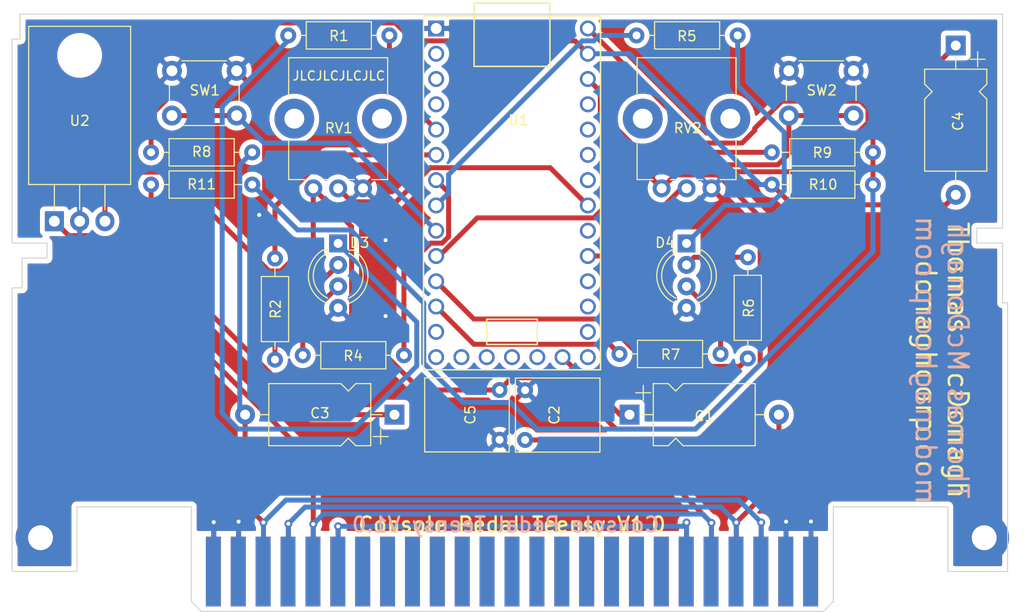
<source format=kicad_pcb>
(kicad_pcb (version 20171130) (host pcbnew "(5.1.7)-1")
  (layers (0 F.Cu signal) (31 B.Cu signal hide) (34 B.Paste user) (35 F.Paste user) (36 B.SilkS user) (37 F.SilkS user) (38 B.Mask user hide) (39 F.Mask user hide) (44 Edge.Cuts user))
  (net 0 "")
  (net 1 GND)
  (net 2 "Net-(C1-Pad1)")
  (net 3 /LEDPower)
  (net 4 /Input)
  (net 5 /Output)
  (net 6 +9V)
  (net 7 "Net-(C3-Pad1)")
  (net 8 "Net-(C4-Pad1)")
  (net 9 "Net-(C4-Pad2)")
  (net 10 "Net-(C5-Pad1)")
  (net 11 "Net-(R9-Pad2)")
  (net 12 "Net-(RV2-Pad2)")
  (net 13 "Net-(D3-Pad1)")
  (net 14 "Net-(D3-Pad2)")
  (net 15 "Net-(D3-Pad3)")
  (net 16 "Net-(D4-Pad3)")
  (net 17 "Net-(D4-Pad2)")
  (net 18 "Net-(D4-Pad1)")
  (net 19 "Net-(R1-Pad1)")
  (net 20 "Net-(R2-Pad1)")
  (net 21 "Net-(R4-Pad2)")
  (net 22 "Net-(R5-Pad1)")
  (net 23 "Net-(R6-Pad1)")
  (net 24 "Net-(R7-Pad2)")
  (net 25 "Net-(RV1-Pad2)")
  (net 26 "Net-(SW1-Pad2)")
  (net 27 "Net-(SW2-Pad2)")
  (module libraries:N64-Connector (layer F.Cu) (at 132.715 126)
    (fp_text reference J1 hide)
    (fp_text value Conn_02x25_Counter_Clockwise)
    (pad 1 connect rect (at -30 0) (size 1.5 7) (layers F.Cu F.Mask) (net 1 GND))
    (pad 2 connect rect (at -27.5 0) (size 1.5 7) (layers F.Cu F.Mask) (net 1 GND))
    (pad 3 connect rect (at -25 0) (size 1.5 7) (layers F.Cu F.Mask) (net 4 /Input))
    (pad 4 connect rect (at -22.5 0) (size 1.5 7) (layers F.Cu F.Mask) (net 5 /Output))
    (pad 5 connect rect (at -20 0) (size 1.5 7) (layers F.Cu F.Mask) (net 6 +9V))
    (pad 6 connect rect (at -17.5 0) (size 1.5 7) (layers F.Cu F.Mask) (net 3 /LEDPower))
    (pad 7 connect rect (at -15 0) (size 1.5 7) (layers F.Cu F.Mask))
    (pad 8 connect rect (at -12.5 0) (size 1.5 7) (layers F.Cu F.Mask))
    (pad 9 connect rect (at -10 0) (size 1.5 7) (layers F.Cu F.Mask))
    (pad 10 connect rect (at -7.5 0) (size 1.5 7) (layers F.Cu F.Mask))
    (pad 11 connect rect (at -5 0) (size 1.5 7) (layers F.Cu F.Mask))
    (pad 12 connect rect (at -2.5 0) (size 1.5 7) (layers F.Cu F.Mask))
    (pad 13 connect rect (at 0 0) (size 1.5 7) (layers F.Cu F.Mask))
    (pad 14 connect rect (at 2.5 0) (size 1.5 7) (layers F.Cu F.Mask))
    (pad 15 connect rect (at 5 0) (size 1.5 7) (layers F.Cu F.Mask))
    (pad 16 connect rect (at 7.5 0) (size 1.5 7) (layers F.Cu F.Mask))
    (pad 17 connect rect (at 10 0) (size 1.5 7) (layers F.Cu F.Mask))
    (pad 18 connect rect (at 12.5 0) (size 1.5 7) (layers F.Cu F.Mask))
    (pad 19 connect rect (at 15 0) (size 1.5 7) (layers F.Cu F.Mask))
    (pad 20 connect rect (at 17.5 0) (size 1.5 7) (layers F.Cu F.Mask) (net 3 /LEDPower))
    (pad 21 connect rect (at 20 0) (size 1.5 7) (layers F.Cu F.Mask) (net 6 +9V))
    (pad 22 connect rect (at 22.5 0) (size 1.5 7) (layers F.Cu F.Mask) (net 5 /Output))
    (pad 23 connect rect (at 25 0) (size 1.5 7) (layers F.Cu F.Mask) (net 4 /Input))
    (pad 24 connect rect (at 27.5 0) (size 1.5 7) (layers F.Cu F.Mask) (net 1 GND))
    (pad 25 connect rect (at 30 0) (size 1.5 7) (layers F.Cu F.Mask) (net 1 GND))
    (pad 26 connect rect (at -30 0) (size 1.5 7) (layers B.Cu B.Mask) (net 1 GND))
    (pad 27 connect rect (at -27.5 0) (size 1.5 7) (layers B.Cu B.Mask) (net 1 GND))
    (pad 28 connect rect (at -25 0) (size 1.5 7) (layers B.Cu B.Mask) (net 4 /Input))
    (pad 29 connect rect (at -22.5 0) (size 1.5 7) (layers B.Cu B.Mask) (net 5 /Output))
    (pad 30 connect rect (at -20 0) (size 1.5 7) (layers B.Cu B.Mask) (net 6 +9V))
    (pad 31 connect rect (at -17.5 0) (size 1.5 7) (layers B.Cu B.Mask) (net 3 /LEDPower))
    (pad 32 connect rect (at -15 0) (size 1.5 7) (layers B.Cu B.Mask))
    (pad 33 connect rect (at -12.5 0) (size 1.5 7) (layers B.Cu B.Mask))
    (pad 34 connect rect (at -10 0) (size 1.5 7) (layers B.Cu B.Mask))
    (pad 35 connect rect (at -7.5 0) (size 1.5 7) (layers B.Cu B.Mask))
    (pad 36 connect rect (at -5 0) (size 1.5 7) (layers B.Cu B.Mask))
    (pad 37 connect rect (at -2.5 0) (size 1.5 7) (layers B.Cu B.Mask))
    (pad 38 connect rect (at 0 0) (size 1.5 7) (layers B.Cu B.Mask))
    (pad 39 connect rect (at 2.5 0) (size 1.5 7) (layers B.Cu B.Mask))
    (pad 40 connect rect (at 5 0) (size 1.5 7) (layers B.Cu B.Mask))
    (pad 41 connect rect (at 7.5 0) (size 1.5 7) (layers B.Cu B.Mask))
    (pad 42 connect rect (at 10 0) (size 1.5 7) (layers B.Cu B.Mask))
    (pad 43 connect rect (at 12.5 0) (size 1.5 7) (layers B.Cu B.Mask))
    (pad 44 connect rect (at 15 0) (size 1.5 7) (layers B.Cu B.Mask))
    (pad 45 connect rect (at 17.5 0) (size 1.5 7) (layers B.Cu B.Mask) (net 3 /LEDPower))
    (pad 46 connect rect (at 20 0) (size 1.5 7) (layers B.Cu B.Mask) (net 6 +9V))
    (pad 47 connect rect (at 22.5 0) (size 1.5 7) (layers B.Cu B.Mask) (net 5 /Output))
    (pad 48 connect rect (at 25 0) (size 1.5 7) (layers B.Cu B.Mask) (net 4 /Input))
    (pad 49 connect rect (at 27.5 0) (size 1.5 7) (layers B.Cu B.Mask) (net 1 GND))
    (pad 50 connect rect (at 30 0) (size 1.5 7) (layers B.Cu B.Mask) (net 1 GND))
  )
  (module MountingHole:MountingHole_2.5mm_Pad (layer F.Cu) (at 85.35 122.6)
    (fp_text reference H1 hide)
    (fp_text value MountingHole_Pad)
    (pad 1 thru_hole circle (at 0 0) (size 5 5) (drill 2.5) (layers *.Cu *.Mask) (net 1 GND))
  )
  (module MountingHole:MountingHole_2.5mm_Pad (layer F.Cu) (at 180.15 122.6)
    (fp_text reference H2 hide)
    (fp_text value MountingHole_Pad)
    (pad 1 thru_hole circle (at 0 0) (size 5 5) (drill 2.5) (layers *.Cu *.Mask) (net 1 GND))
  )
  (module Capacitor_THT:CP_Axial_L10.0mm_D6.0mm_P15.00mm_Horizontal (layer F.Cu) (at 144.526 110.236)
    (fp_text reference C1 (at 7.5 0.146999) (layer F.SilkS))
    (fp_text value 10uF)
    (pad 1 thru_hole rect (at 0 0) (size 2 2) (drill 1) (layers *.Cu *.Mask) (net 2 "Net-(C1-Pad1)"))
    (pad 2 thru_hole oval (at 15 0) (size 2 2) (drill 1) (layers *.Cu *.Mask) (net 5 /Output))
  )
  (module libraries:C_Flat_L7.2_H6.5 (layer F.Cu) (at 134.4295 112.776 90)
    (fp_text reference C2 (at 2.5 2.54 90) (layer F.SilkS))
    (fp_text value 0.33uF)
    (pad 1 thru_hole circle (at 0 -0.4 90) (size 1.6 1.6) (drill 0.8) (layers *.Cu *.Mask) (net 6 +9V))
    (pad 2 thru_hole circle (at 5 -0.4 90) (size 1.6 1.6) (drill 0.8) (layers *.Cu *.Mask) (net 1 GND))
  )
  (module Capacitor_THT:CP_Axial_L10.0mm_D6.0mm_P15.00mm_Horizontal (layer F.Cu) (at 120.904 110.236 180)
    (fp_text reference C3 (at 7.487999 0.146999) (layer F.SilkS))
    (fp_text value 10uF)
    (pad 1 thru_hole rect (at 0 0 180) (size 2 2) (drill 1) (layers *.Cu *.Mask) (net 7 "Net-(C3-Pad1)"))
    (pad 2 thru_hole oval (at 15 0 180) (size 2 2) (drill 1) (layers *.Cu *.Mask) (net 4 /Input))
  )
  (module Capacitor_THT:CP_Axial_L10.0mm_D6.0mm_P15.00mm_Horizontal (layer F.Cu) (at 177.292 73.152 270)
    (fp_text reference C4 (at 7.607999 -0.227001 90) (layer F.SilkS))
    (fp_text value 10uF)
    (pad 2 thru_hole oval (at 15 0 270) (size 2 2) (drill 1) (layers *.Cu *.Mask) (net 9 "Net-(C4-Pad2)"))
    (pad 1 thru_hole rect (at 0 0 270) (size 2 2) (drill 1) (layers *.Cu *.Mask) (net 8 "Net-(C4-Pad1)"))
  )
  (module libraries:C_Flat_L7.2_H6.5 (layer F.Cu) (at 131.064 107.7595 270)
    (fp_text reference C5 (at 2.5 2.54 90) (layer F.SilkS))
    (fp_text value 0.1uF)
    (pad 2 thru_hole circle (at 5 -0.4 270) (size 1.6 1.6) (drill 0.8) (layers *.Cu *.Mask) (net 1 GND))
    (pad 1 thru_hole circle (at 0 -0.4 270) (size 1.6 1.6) (drill 0.8) (layers *.Cu *.Mask) (net 10 "Net-(C5-Pad1)"))
  )
  (module LED_THT:LED_D5.0mm-4_RGB_Wide_Pins (layer F.Cu) (at 115.25 93.0315 270)
    (fp_text reference D3 (at -0.0675 -2.1615 180) (layer F.SilkS))
    (fp_text value LED_RGBC)
    (pad 1 thru_hole rect (at 0 0 270) (size 1.8 1.8) (drill 0.9) (layers *.Cu *.Mask) (net 13 "Net-(D3-Pad1)"))
    (pad 2 thru_hole circle (at 2.159 0 270) (size 1.8 1.8) (drill 0.9) (layers *.Cu *.Mask) (net 14 "Net-(D3-Pad2)"))
    (pad 3 thru_hole circle (at 4.318 0 270) (size 1.8 1.8) (drill 0.9) (layers *.Cu *.Mask) (net 15 "Net-(D3-Pad3)"))
    (pad 4 thru_hole circle (at 6.477 0 270) (size 1.8 1.8) (drill 0.9) (layers *.Cu *.Mask) (net 1 GND))
  )
  (module LED_THT:LED_D5.0mm-4_RGB_Wide_Pins (layer F.Cu) (at 150.25 93.0315 270)
    (fp_text reference D4 (at -0.0675 2.168 180) (layer F.SilkS))
    (fp_text value LED_RGBC)
    (pad 4 thru_hole circle (at 6.477 0 270) (size 1.8 1.8) (drill 0.9) (layers *.Cu *.Mask) (net 1 GND))
    (pad 3 thru_hole circle (at 4.318 0 270) (size 1.8 1.8) (drill 0.9) (layers *.Cu *.Mask) (net 16 "Net-(D4-Pad3)"))
    (pad 2 thru_hole circle (at 2.159 0 270) (size 1.8 1.8) (drill 0.9) (layers *.Cu *.Mask) (net 17 "Net-(D4-Pad2)"))
    (pad 1 thru_hole rect (at 0 0 270) (size 1.8 1.8) (drill 0.9) (layers *.Cu *.Mask) (net 18 "Net-(D4-Pad1)"))
  )
  (module Resistor_THT:R_Axial_DIN0207_L6.3mm_D2.5mm_P10.16mm_Horizontal (layer F.Cu) (at 120.396 72.136 180)
    (fp_text reference R1 (at 5.08 -0.057001) (layer F.SilkS))
    (fp_text value 220)
    (pad 1 thru_hole circle (at 0 0 180) (size 1.6 1.6) (drill 0.8) (layers *.Cu *.Mask) (net 19 "Net-(R1-Pad1)"))
    (pad 2 thru_hole oval (at 10.16 0 180) (size 1.6 1.6) (drill 0.8) (layers *.Cu *.Mask) (net 13 "Net-(D3-Pad1)"))
  )
  (module Resistor_THT:R_Axial_DIN0207_L6.3mm_D2.5mm_P10.16mm_Horizontal (layer F.Cu) (at 108.9025 94.5515 270)
    (fp_text reference R2 (at 5.08 -0.065001 90) (layer F.SilkS))
    (fp_text value 220)
    (pad 2 thru_hole oval (at 10.16 0 270) (size 1.6 1.6) (drill 0.8) (layers *.Cu *.Mask) (net 14 "Net-(D3-Pad2)"))
    (pad 1 thru_hole circle (at 0 0 270) (size 1.6 1.6) (drill 0.8) (layers *.Cu *.Mask) (net 20 "Net-(R2-Pad1)"))
  )
  (module Resistor_THT:R_Axial_DIN0207_L6.3mm_D2.5mm_P10.16mm_Horizontal (layer F.Cu) (at 111.6965 104.267)
    (fp_text reference R4 (at 5.057999 0.068999) (layer F.SilkS))
    (fp_text value 220)
    (pad 1 thru_hole circle (at 0 0) (size 1.6 1.6) (drill 0.8) (layers *.Cu *.Mask) (net 15 "Net-(D3-Pad3)"))
    (pad 2 thru_hole oval (at 10.16 0) (size 1.6 1.6) (drill 0.8) (layers *.Cu *.Mask) (net 21 "Net-(R4-Pad2)"))
  )
  (module Resistor_THT:R_Axial_DIN0207_L6.3mm_D2.5mm_P10.16mm_Horizontal (layer F.Cu) (at 145.2245 72.136)
    (fp_text reference R5 (at 5.057999 0.082999) (layer F.SilkS))
    (fp_text value 220)
    (pad 2 thru_hole oval (at 10.16 0) (size 1.6 1.6) (drill 0.8) (layers *.Cu *.Mask) (net 18 "Net-(D4-Pad1)"))
    (pad 1 thru_hole circle (at 0 0) (size 1.6 1.6) (drill 0.8) (layers *.Cu *.Mask) (net 22 "Net-(R5-Pad1)"))
  )
  (module Resistor_THT:R_Axial_DIN0207_L6.3mm_D2.5mm_P10.16mm_Horizontal (layer F.Cu) (at 156.4005 104.5845 90)
    (fp_text reference R6 (at 5.057999 0.096999 90) (layer F.SilkS))
    (fp_text value 220)
    (pad 1 thru_hole circle (at 0 0 90) (size 1.6 1.6) (drill 0.8) (layers *.Cu *.Mask) (net 23 "Net-(R6-Pad1)"))
    (pad 2 thru_hole oval (at 10.16 0 90) (size 1.6 1.6) (drill 0.8) (layers *.Cu *.Mask) (net 17 "Net-(D4-Pad2)"))
  )
  (module Resistor_THT:R_Axial_DIN0207_L6.3mm_D2.5mm_P10.16mm_Horizontal (layer F.Cu) (at 153.67 104.14 180)
    (fp_text reference R7 (at 5.029999 -0.057001) (layer F.SilkS))
    (fp_text value 220)
    (pad 2 thru_hole oval (at 10.16 0 180) (size 1.6 1.6) (drill 0.8) (layers *.Cu *.Mask) (net 24 "Net-(R7-Pad2)"))
    (pad 1 thru_hole circle (at 0 0 180) (size 1.6 1.6) (drill 0.8) (layers *.Cu *.Mask) (net 16 "Net-(D4-Pad3)"))
  )
  (module Resistor_THT:R_Axial_DIN0207_L6.3mm_D2.5mm_P10.16mm_Horizontal (layer F.Cu) (at 96.4565 83.8835)
    (fp_text reference R8 (at 5.08 -0.051001) (layer F.SilkS))
    (fp_text value 47K)
    (pad 1 thru_hole circle (at 0 0) (size 1.6 1.6) (drill 0.8) (layers *.Cu *.Mask) (net 9 "Net-(C4-Pad2)"))
    (pad 2 thru_hole oval (at 10.16 0) (size 1.6 1.6) (drill 0.8) (layers *.Cu *.Mask) (net 4 /Input))
  )
  (module Resistor_THT:R_Axial_DIN0207_L6.3mm_D2.5mm_P10.16mm_Horizontal (layer F.Cu) (at 168.9735 83.8835 180)
    (fp_text reference R9 (at 5.08 -0.037001) (layer F.SilkS))
    (fp_text value 10K)
    (pad 2 thru_hole oval (at 10.16 0 180) (size 1.6 1.6) (drill 0.8) (layers *.Cu *.Mask) (net 11 "Net-(R9-Pad2)"))
    (pad 1 thru_hole circle (at 0 0 180) (size 1.6 1.6) (drill 0.8) (layers *.Cu *.Mask) (net 8 "Net-(C4-Pad1)"))
  )
  (module Resistor_THT:R_Axial_DIN0207_L6.3mm_D2.5mm_P10.16mm_Horizontal (layer F.Cu) (at 168.9735 87.122 180)
    (fp_text reference R10 (at 5.005999 -0.001001) (layer F.SilkS))
    (fp_text value 2.2K)
    (pad 1 thru_hole circle (at 0 0 180) (size 1.6 1.6) (drill 0.8) (layers *.Cu *.Mask) (net 8 "Net-(C4-Pad1)"))
    (pad 2 thru_hole oval (at 10.16 0 180) (size 1.6 1.6) (drill 0.8) (layers *.Cu *.Mask) (net 9 "Net-(C4-Pad2)"))
  )
  (module Resistor_THT:R_Axial_DIN0207_L6.3mm_D2.5mm_P10.16mm_Horizontal (layer F.Cu) (at 96.4565 87.122)
    (fp_text reference R11 (at 5.08 -0.023001) (layer F.SilkS))
    (fp_text value 47K)
    (pad 2 thru_hole oval (at 10.16 0) (size 1.6 1.6) (drill 0.8) (layers *.Cu *.Mask) (net 8 "Net-(C4-Pad1)"))
    (pad 1 thru_hole circle (at 0 0) (size 1.6 1.6) (drill 0.8) (layers *.Cu *.Mask) (net 7 "Net-(C3-Pad1)"))
  )
  (module Potentiometer_THT:Potentiometer_Bourns_PTV09A-1_Single_Vertical (layer F.Cu) (at 117.75 87.5 90)
    (fp_text reference RV1 (at 6.05 -2.434 180) (layer F.SilkS))
    (fp_text value R_POT)
    (pad 3 thru_hole circle (at 0 -5 90) (size 1.8 1.8) (drill 1) (layers *.Cu *.Mask) (net 10 "Net-(C5-Pad1)"))
    (pad 2 thru_hole circle (at 0 -2.5 90) (size 1.8 1.8) (drill 1) (layers *.Cu *.Mask) (net 25 "Net-(RV1-Pad2)"))
    (pad 1 thru_hole circle (at 0 0 90) (size 1.8 1.8) (drill 1) (layers *.Cu *.Mask) (net 1 GND))
    (pad "" np_thru_hole circle (at 7 -6.9 90) (size 4 4) (drill 2) (layers *.Cu *.Mask))
    (pad "" np_thru_hole circle (at 7 1.9 90) (size 4 4) (drill 2) (layers *.Cu *.Mask))
  )
  (module Potentiometer_THT:Potentiometer_Bourns_PTV09A-1_Single_Vertical (layer F.Cu) (at 152.75 87.5 90)
    (fp_text reference RV2 (at 6.05 -2.382 180) (layer F.SilkS))
    (fp_text value R_POT)
    (pad "" np_thru_hole circle (at 7 1.9 90) (size 4 4) (drill 2) (layers *.Cu *.Mask))
    (pad "" np_thru_hole circle (at 7 -6.9 90) (size 4 4) (drill 2) (layers *.Cu *.Mask))
    (pad 1 thru_hole circle (at 0 0 90) (size 1.8 1.8) (drill 1) (layers *.Cu *.Mask) (net 1 GND))
    (pad 2 thru_hole circle (at 0 -2.5 90) (size 1.8 1.8) (drill 1) (layers *.Cu *.Mask) (net 12 "Net-(RV2-Pad2)"))
    (pad 3 thru_hole circle (at 0 -5 90) (size 1.8 1.8) (drill 1) (layers *.Cu *.Mask) (net 10 "Net-(C5-Pad1)"))
  )
  (module Button_Switch_THT:SW_PUSH_6mm (layer F.Cu) (at 98.552 75.692)
    (fp_text reference SW1 (at 3.302 1.9685) (layer F.SilkS))
    (fp_text value SW_Push)
    (pad 2 thru_hole circle (at 0 4.5 90) (size 2 2) (drill 1.1) (layers *.Cu *.Mask) (net 26 "Net-(SW1-Pad2)"))
    (pad 1 thru_hole circle (at 0 0 90) (size 2 2) (drill 1.1) (layers *.Cu *.Mask) (net 1 GND))
    (pad 2 thru_hole circle (at 6.5 4.5 90) (size 2 2) (drill 1.1) (layers *.Cu *.Mask) (net 26 "Net-(SW1-Pad2)"))
    (pad 1 thru_hole circle (at 6.5 0 90) (size 2 2) (drill 1.1) (layers *.Cu *.Mask) (net 1 GND))
  )
  (module Button_Switch_THT:SW_PUSH_6mm (layer F.Cu) (at 160.528 75.692)
    (fp_text reference SW2 (at 3.302 1.9685) (layer F.SilkS))
    (fp_text value SW_Push)
    (pad 1 thru_hole circle (at 6.5 0 90) (size 2 2) (drill 1.1) (layers *.Cu *.Mask) (net 1 GND))
    (pad 2 thru_hole circle (at 6.5 4.5 90) (size 2 2) (drill 1.1) (layers *.Cu *.Mask) (net 27 "Net-(SW2-Pad2)"))
    (pad 1 thru_hole circle (at 0 0 90) (size 2 2) (drill 1.1) (layers *.Cu *.Mask) (net 1 GND))
    (pad 2 thru_hole circle (at 0 4.5 90) (size 2 2) (drill 1.1) (layers *.Cu *.Mask) (net 27 "Net-(SW2-Pad2)"))
  )
  (module libraries:Teensy3.2 (layer F.Cu) (at 132.715 87.9475 270)
    (fp_text reference U1 (at -7.3025 -0.635 180) (layer F.SilkS))
    (fp_text value Teensy3.2)
    (pad 17 thru_hole circle (at 16.51 0 270) (size 1.6 1.6) (drill 1.1) (layers *.Cu *.Mask))
    (pad 18 thru_hole circle (at 16.51 -2.54 270) (size 1.6 1.6) (drill 1.1) (layers *.Cu *.Mask))
    (pad 19 thru_hole circle (at 16.51 -5.08 270) (size 1.6 1.6) (drill 1.1) (layers *.Cu *.Mask) (net 2 "Net-(C1-Pad1)"))
    (pad 20 thru_hole circle (at 16.51 -7.62 270) (size 1.6 1.6) (drill 1.1) (layers *.Cu *.Mask))
    (pad 16 thru_hole circle (at 16.51 2.54 270) (size 1.6 1.6) (drill 1.1) (layers *.Cu *.Mask))
    (pad 15 thru_hole circle (at 16.51 5.08 270) (size 1.6 1.6) (drill 1.1) (layers *.Cu *.Mask))
    (pad 14 thru_hole circle (at 16.51 7.62 270) (size 1.6 1.6) (drill 1.1) (layers *.Cu *.Mask))
    (pad 21 thru_hole circle (at 13.97 -7.62 270) (size 1.6 1.6) (drill 1.1) (layers *.Cu *.Mask))
    (pad 22 thru_hole circle (at 11.43 -7.62 270) (size 1.6 1.6) (drill 1.1) (layers *.Cu *.Mask))
    (pad 23 thru_hole circle (at 8.89 -7.62 270) (size 1.6 1.6) (drill 1.1) (layers *.Cu *.Mask))
    (pad 24 thru_hole circle (at 6.35 -7.62 270) (size 1.6 1.6) (drill 1.1) (layers *.Cu *.Mask) (net 12 "Net-(RV2-Pad2)"))
    (pad 25 thru_hole circle (at 3.81 -7.62 270) (size 1.6 1.6) (drill 1.1) (layers *.Cu *.Mask))
    (pad 26 thru_hole circle (at 1.27 -7.62 270) (size 1.6 1.6) (drill 1.1) (layers *.Cu *.Mask) (net 25 "Net-(RV1-Pad2)"))
    (pad 27 thru_hole circle (at -1.27 -7.62 270) (size 1.6 1.6) (drill 1.1) (layers *.Cu *.Mask))
    (pad 28 thru_hole circle (at -3.81 -7.62 270) (size 1.6 1.6) (drill 1.1) (layers *.Cu *.Mask))
    (pad 29 thru_hole circle (at -6.35 -7.62 270) (size 1.6 1.6) (drill 1.1) (layers *.Cu *.Mask))
    (pad 30 thru_hole circle (at -8.89 -7.62 270) (size 1.6 1.6) (drill 1.1) (layers *.Cu *.Mask))
    (pad 31 thru_hole circle (at -11.43 -7.62 270) (size 1.6 1.6) (drill 1.1) (layers *.Cu *.Mask) (net 11 "Net-(R9-Pad2)"))
    (pad 32 thru_hole circle (at -13.97 -7.62 270) (size 1.6 1.6) (drill 1.1) (layers *.Cu *.Mask) (net 9 "Net-(C4-Pad2)"))
    (pad 33 thru_hole circle (at -16.51 -7.62 270) (size 1.6 1.6) (drill 1.1) (layers *.Cu *.Mask) (net 10 "Net-(C5-Pad1)"))
    (pad 13 thru_hole circle (at 13.97 7.62 270) (size 1.6 1.6) (drill 1.1) (layers *.Cu *.Mask))
    (pad 12 thru_hole circle (at 11.43 7.62 270) (size 1.6 1.6) (drill 1.1) (layers *.Cu *.Mask) (net 24 "Net-(R7-Pad2)"))
    (pad 11 thru_hole circle (at 8.89 7.62 270) (size 1.6 1.6) (drill 1.1) (layers *.Cu *.Mask) (net 23 "Net-(R6-Pad1)"))
    (pad 10 thru_hole circle (at 6.35 7.62 270) (size 1.6 1.6) (drill 1.1) (layers *.Cu *.Mask) (net 27 "Net-(SW2-Pad2)"))
    (pad 9 thru_hole circle (at 3.81 7.62 270) (size 1.6 1.6) (drill 1.1) (layers *.Cu *.Mask) (net 26 "Net-(SW1-Pad2)"))
    (pad 8 thru_hole circle (at 1.27 7.62 270) (size 1.6 1.6) (drill 1.1) (layers *.Cu *.Mask) (net 22 "Net-(R5-Pad1)"))
    (pad 7 thru_hole circle (at -1.27 7.62 270) (size 1.6 1.6) (drill 1.1) (layers *.Cu *.Mask) (net 21 "Net-(R4-Pad2)"))
    (pad 6 thru_hole circle (at -3.81 7.62 270) (size 1.6 1.6) (drill 1.1) (layers *.Cu *.Mask) (net 20 "Net-(R2-Pad1)"))
    (pad 5 thru_hole circle (at -6.35 7.62 270) (size 1.6 1.6) (drill 1.1) (layers *.Cu *.Mask) (net 19 "Net-(R1-Pad1)"))
    (pad 4 thru_hole circle (at -8.89 7.62 270) (size 1.6 1.6) (drill 1.1) (layers *.Cu *.Mask))
    (pad 3 thru_hole circle (at -11.43 7.62 270) (size 1.6 1.6) (drill 1.1) (layers *.Cu *.Mask))
    (pad 2 thru_hole circle (at -13.97 7.62 270) (size 1.6 1.6) (drill 1.1) (layers *.Cu *.Mask))
    (pad 1 thru_hole rect (at -16.51 7.62 270) (size 1.6 1.6) (drill 1.1) (layers *.Cu *.Mask) (net 1 GND))
  )
  (module Package_TO_SOT_THT:TO-220-3_Horizontal_TabDown (layer F.Cu) (at 86.741 90.805)
    (fp_text reference U2 (at 2.54 -10.0965) (layer F.SilkS))
    (fp_text value LM7805_TO220)
    (pad "" np_thru_hole oval (at 2.54 -16.66) (size 3.5 3.5) (drill 3.5) (layers *.Cu *.Mask))
    (pad 1 thru_hole rect (at 0 0) (size 1.905 2) (drill 1.1) (layers *.Cu *.Mask) (net 6 +9V))
    (pad 2 thru_hole oval (at 2.54 0) (size 1.905 2) (drill 1.1) (layers *.Cu *.Mask) (net 1 GND))
    (pad 3 thru_hole oval (at 5.08 0) (size 1.905 2) (drill 1.1) (layers *.Cu *.Mask) (net 10 "Net-(C5-Pad1)"))
  )
  (gr_text JLCJLCJLCJLC (at 115.316 76.2) (layer F.SilkS) (effects (font (size 0.9 0.9))))
  (gr_line (start 182 70) (end 83.3 70) (layer Edge.Cuts) (width 0.1))
  (gr_line (start 182 70) (end 182 91.5) (layer Edge.Cuts) (width 0.1))
  (gr_line (start 182 91.5) (end 179.4 91.5) (layer Edge.Cuts) (width 0.1))
  (gr_line (start 179.4 93) (end 179.4 91.5) (layer Edge.Cuts) (width 0.1))
  (gr_line (start 182 93) (end 179.4 93) (layer Edge.Cuts) (width 0.1))
  (gr_line (start 83.3 72.5) (end 83.3 70) (layer Edge.Cuts) (width 0.1))
  (gr_line (start 82.5 72.5) (end 83.3 72.5) (layer Edge.Cuts) (width 0.1))
  (gr_line (start 82.5 93) (end 82.5 72.5) (layer Edge.Cuts) (width 0.1))
  (gr_line (start 86 93) (end 82.5 93) (layer Edge.Cuts) (width 0.1))
  (gr_text "Console Pedal Teensy V1.0" (at 132.08 121.285) (layer B.SilkS) (effects (font (size 1.5 1.5) (thickness 0.25)) (justify mirror)))
  (gr_text "Console Pedal Teensy V1.0" (at 132.715 121.285) (layer F.SilkS) (effects (font (size 1.5 1.5) (thickness 0.25))))
  (gr_text "Thomas McDonagh\nmcdonaghcorp.com" (at 175.895 104.775 270) (layer B.SilkS) (effects (font (size 2 2) (thickness 0.25)) (justify mirror)))
  (gr_text "Thomas McDonagh\nmcdonaghcorp.com" (at 175.895 104.775 270) (layer F.SilkS) (effects (font (size 2 2) (thickness 0.25))))
  (gr_line (start 182 93) (end 182 99) (layer Edge.Cuts) (width 0.1))
  (gr_line (start 182.5 99) (end 182 99) (layer Edge.Cuts) (width 0.1))
  (gr_line (start 182.5 126) (end 182.5 99) (layer Edge.Cuts) (width 0.1))
  (gr_line (start 182.5 126) (end 176.5 126) (layer Edge.Cuts) (width 0.1))
  (gr_line (start 176.5 119.5) (end 176.5 126) (layer Edge.Cuts) (width 0.1))
  (gr_line (start 176.5 119.5) (end 165 119.5) (layer Edge.Cuts) (width 0.1))
  (gr_line (start 165 129) (end 165 119.5) (layer Edge.Cuts) (width 0.1))
  (gr_line (start 165 129) (end 164 130) (layer Edge.Cuts) (width 0.1))
  (gr_line (start 86 94.5) (end 86 93) (layer Edge.Cuts) (width 0.1))
  (gr_line (start 83.5 94.5) (end 86 94.5) (layer Edge.Cuts) (width 0.1))
  (gr_line (start 83.5 97.5) (end 83.5 94.5) (layer Edge.Cuts) (width 0.1))
  (gr_line (start 82.5 97.5) (end 83.5 97.5) (layer Edge.Cuts) (width 0.1))
  (gr_line (start 82.5 126) (end 82.5 97.5) (layer Edge.Cuts) (width 0.1))
  (gr_line (start 89 126) (end 82.5 126) (layer Edge.Cuts) (width 0.1))
  (gr_line (start 89 119.5) (end 89 126) (layer Edge.Cuts) (width 0.1))
  (gr_line (start 100.5 119.5) (end 89 119.5) (layer Edge.Cuts) (width 0.1))
  (gr_line (start 100.5 129) (end 100.5 119.5) (layer Edge.Cuts) (width 0.1))
  (gr_line (start 100.5 129) (end 101.5 130) (layer Edge.Cuts) (width 0.1))
  (gr_line (start 164 130) (end 101.5 130) (layer Edge.Cuts) (width 0.1))
  (segment (start 105.25 126) (end 105.25 120.979) (width 0.5) (layer F.Cu) (net 1))
  (via (at 105.25 120.979) (size 0.8) (drill 0.4) (layers F.Cu B.Cu) (net 1))
  (segment (start 105.25 126) (end 105.25 120.979) (width 0.5) (layer B.Cu) (net 1))
  (segment (start 160.25 126) (end 160.25 120.988) (width 0.5) (layer F.Cu) (net 1))
  (via (at 160.25 120.988) (size 0.8) (drill 0.4) (layers F.Cu B.Cu) (net 1))
  (segment (start 160.25 126) (end 160.25 120.988) (width 0.5) (layer B.Cu) (net 1))
  (segment (start 157.384969 118.122969) (end 160.25 120.988) (width 0.5) (layer B.Cu) (net 1))
  (segment (start 108.106031 118.122969) (end 157.384969 118.122969) (width 0.5) (layer B.Cu) (net 1))
  (segment (start 105.25 120.979) (end 108.106031 118.122969) (width 0.5) (layer B.Cu) (net 1))
  (segment (start 102.75 126) (end 102.75 121.038) (width 0.5) (layer F.Cu) (net 1))
  (via (at 102.75 121.038) (size 0.8) (drill 0.4) (layers F.Cu B.Cu) (net 1))
  (segment (start 102.75 126) (end 102.75 121.038) (width 0.5) (layer B.Cu) (net 1))
  (segment (start 162.75 126) (end 162.75 120.967) (width 0.5) (layer F.Cu) (net 1))
  (via (at 162.75 120.967) (size 0.8) (drill 0.4) (layers F.Cu B.Cu) (net 1))
  (segment (start 162.75 120.967) (end 162.75 126) (width 0.5) (layer B.Cu) (net 1))
  (segment (start 162.729 120.988) (end 162.75 120.967) (width 0.5) (layer B.Cu) (net 1))
  (segment (start 160.25 120.988) (end 162.729 120.988) (width 0.5) (layer B.Cu) (net 1))
  (segment (start 105.191 121.038) (end 105.25 120.979) (width 0.5) (layer B.Cu) (net 1))
  (segment (start 102.75 121.038) (end 105.191 121.038) (width 0.5) (layer B.Cu) (net 1))
  (via (at 107.315 90.17) (size 0.8) (drill 0.4) (layers F.Cu B.Cu) (net 1))
  (segment (start 107.866501 78.506501) (end 105.052 75.692) (width 0.5) (layer F.Cu) (net 1))
  (segment (start 107.866501 89.618499) (end 107.866501 78.506501) (width 0.5) (layer F.Cu) (net 1))
  (segment (start 107.315 90.17) (end 107.866501 89.618499) (width 0.5) (layer F.Cu) (net 1))
  (via (at 120.015 100.33) (size 0.8) (drill 0.4) (layers F.Cu B.Cu) (net 1))
  (via (at 120.015 92.71) (size 0.8) (drill 0.4) (layers F.Cu B.Cu) (net 1))
  (segment (start 120.015 92.71) (end 120.015 100.33) (width 0.5) (layer F.Cu) (net 1))
  (segment (start 143.5735 110.236) (end 144.526 110.236) (width 0.5) (layer F.Cu) (net 2))
  (segment (start 137.795 104.4575) (end 143.5735 110.236) (width 0.5) (layer F.Cu) (net 2))
  (segment (start 115.25 126) (end 115.25 121.454) (width 0.5) (layer F.Cu) (net 3))
  (via (at 115.25 121.454) (size 0.8) (drill 0.4) (layers F.Cu B.Cu) (net 3))
  (segment (start 115.25 126) (end 115.25 121.454) (width 0.5) (layer B.Cu) (net 3))
  (segment (start 150.25 126) (end 150.25 121.073) (width 0.5) (layer F.Cu) (net 3))
  (via (at 150.25 121.073) (size 0.8) (drill 0.4) (layers F.Cu B.Cu) (net 3))
  (segment (start 150.25 121.073) (end 150.25 126) (width 0.5) (layer B.Cu) (net 3))
  (segment (start 149.869 121.454) (end 150.25 121.073) (width 0.5) (layer B.Cu) (net 3))
  (segment (start 115.25 121.454) (end 149.869 121.454) (width 0.5) (layer B.Cu) (net 3))
  (segment (start 107.75 126) (end 107.75 121.066) (width 0.5) (layer F.Cu) (net 4))
  (via (at 107.75 121.066) (size 0.8) (drill 0.4) (layers F.Cu B.Cu) (net 4))
  (segment (start 107.75 121.066) (end 107.75 126) (width 0.5) (layer B.Cu) (net 4))
  (segment (start 157.75 126) (end 157.75 121.066) (width 0.5) (layer F.Cu) (net 4))
  (via (at 157.75 121.066) (size 0.8) (drill 0.4) (layers F.Cu B.Cu) (net 4))
  (segment (start 157.75 121.066) (end 157.75 126) (width 0.5) (layer B.Cu) (net 4))
  (segment (start 155.506979 118.822979) (end 157.75 121.066) (width 0.5) (layer B.Cu) (net 4))
  (segment (start 109.993021 118.822979) (end 155.506979 118.822979) (width 0.5) (layer B.Cu) (net 4))
  (segment (start 107.75 121.066) (end 109.993021 118.822979) (width 0.5) (layer B.Cu) (net 4))
  (segment (start 157.734 121.05) (end 157.75 121.066) (width 0.5) (layer F.Cu) (net 4))
  (segment (start 105.904 119.22) (end 107.75 121.066) (width 0.5) (layer F.Cu) (net 4))
  (segment (start 105.904 110.236) (end 105.904 119.22) (width 0.5) (layer F.Cu) (net 4))
  (segment (start 105.366499 109.698499) (end 105.904 110.236) (width 0.5) (layer B.Cu) (net 4))
  (segment (start 105.366499 85.133501) (end 105.366499 109.698499) (width 0.5) (layer B.Cu) (net 4))
  (segment (start 106.6165 83.8835) (end 105.366499 85.133501) (width 0.5) (layer B.Cu) (net 4))
  (segment (start 110.25 126) (end 110.25 121.195) (width 0.5) (layer F.Cu) (net 5))
  (via (at 110.25 121.195) (size 0.8) (drill 0.4) (layers F.Cu B.Cu) (net 5))
  (segment (start 110.25 121.195) (end 110.25 126) (width 0.5) (layer B.Cu) (net 5))
  (segment (start 155.25 126) (end 155.25 121.068) (width 0.5) (layer F.Cu) (net 5))
  (via (at 155.25 121.068) (size 0.8) (drill 0.4) (layers F.Cu B.Cu) (net 5))
  (segment (start 155.25 121.068) (end 155.25 126) (width 0.5) (layer B.Cu) (net 5))
  (segment (start 153.704989 119.522989) (end 155.25 121.068) (width 0.5) (layer B.Cu) (net 5))
  (segment (start 111.922011 119.522989) (end 153.704989 119.522989) (width 0.5) (layer B.Cu) (net 5))
  (segment (start 110.25 121.195) (end 111.922011 119.522989) (width 0.5) (layer B.Cu) (net 5))
  (segment (start 159.526 116.792) (end 155.25 121.068) (width 0.5) (layer F.Cu) (net 5))
  (segment (start 159.526 110.236) (end 159.526 116.792) (width 0.5) (layer F.Cu) (net 5))
  (segment (start 112.75 126) (end 112.75 121.235) (width 0.5) (layer F.Cu) (net 6))
  (via (at 112.75 121.235) (size 0.8) (drill 0.4) (layers F.Cu B.Cu) (net 6))
  (segment (start 112.75 121.235) (end 112.75 126) (width 0.5) (layer B.Cu) (net 6))
  (segment (start 152.75 126) (end 152.75 121.108) (width 0.5) (layer F.Cu) (net 6))
  (via (at 152.75 121.108) (size 0.8) (drill 0.4) (layers F.Cu B.Cu) (net 6))
  (segment (start 152.75 121.108) (end 152.75 126) (width 0.5) (layer B.Cu) (net 6))
  (segment (start 151.864999 120.222999) (end 152.75 121.108) (width 0.5) (layer B.Cu) (net 6))
  (segment (start 113.762001 120.222999) (end 151.864999 120.222999) (width 0.5) (layer B.Cu) (net 6))
  (segment (start 112.75 121.235) (end 113.762001 120.222999) (width 0.5) (layer B.Cu) (net 6))
  (segment (start 144.418 112.776) (end 152.75 121.108) (width 0.5) (layer F.Cu) (net 6))
  (segment (start 134.0295 112.776) (end 144.418 112.776) (width 0.5) (layer F.Cu) (net 6))
  (segment (start 90.069012 92.25501) (end 112.75 114.935998) (width 0.5) (layer F.Cu) (net 6))
  (segment (start 88.19101 92.25501) (end 90.069012 92.25501) (width 0.5) (layer F.Cu) (net 6))
  (segment (start 112.75 114.935998) (end 112.75 121.235) (width 0.5) (layer F.Cu) (net 6))
  (segment (start 86.741 90.805) (end 88.19101 92.25501) (width 0.5) (layer F.Cu) (net 6))
  (segment (start 96.4565 94.115502) (end 96.4565 87.122) (width 0.5) (layer F.Cu) (net 7))
  (segment (start 112.576998 110.236) (end 96.4565 94.115502) (width 0.5) (layer F.Cu) (net 7))
  (segment (start 120.904 110.236) (end 112.576998 110.236) (width 0.5) (layer F.Cu) (net 7))
  (segment (start 168.9735 81.4705) (end 177.292 73.152) (width 0.5) (layer F.Cu) (net 8))
  (segment (start 168.9735 83.8835) (end 168.9735 81.4705) (width 0.5) (layer F.Cu) (net 8))
  (segment (start 168.9735 83.8835) (end 168.9735 87.122) (width 0.5) (layer F.Cu) (net 8))
  (segment (start 177.292 73.152) (end 177.057999 73.386001) (width 0.5) (layer F.Cu) (net 8))
  (segment (start 151.149001 111.686001) (end 168.9735 93.861502) (width 0.5) (layer B.Cu) (net 8))
  (segment (start 135.233042 111.686001) (end 151.149001 111.686001) (width 0.5) (layer B.Cu) (net 8))
  (segment (start 132.556542 109.009501) (end 135.233042 111.686001) (width 0.5) (layer B.Cu) (net 8))
  (segment (start 127.796999 109.009501) (end 132.556542 109.009501) (width 0.5) (layer B.Cu) (net 8))
  (segment (start 123.844999 105.057501) (end 127.796999 109.009501) (width 0.5) (layer B.Cu) (net 8))
  (segment (start 168.9735 93.861502) (end 168.9735 87.122) (width 0.5) (layer B.Cu) (net 8))
  (segment (start 123.844999 99.016497) (end 123.844999 105.057501) (width 0.5) (layer B.Cu) (net 8))
  (segment (start 116.510001 91.681499) (end 123.844999 99.016497) (width 0.5) (layer B.Cu) (net 8))
  (segment (start 111.175999 91.681499) (end 116.510001 91.681499) (width 0.5) (layer B.Cu) (net 8))
  (segment (start 106.6165 87.122) (end 111.175999 91.681499) (width 0.5) (layer B.Cu) (net 8))
  (segment (start 160.843499 89.151999) (end 158.8135 87.122) (width 0.5) (layer F.Cu) (net 9))
  (segment (start 176.292001 89.151999) (end 160.843499 89.151999) (width 0.5) (layer F.Cu) (net 9))
  (segment (start 177.292 88.152) (end 176.292001 89.151999) (width 0.5) (layer F.Cu) (net 9))
  (segment (start 105.711999 70.885999) (end 96.4565 80.141498) (width 0.5) (layer F.Cu) (net 9))
  (segment (start 96.4565 80.141498) (end 96.4565 83.8835) (width 0.5) (layer F.Cu) (net 9))
  (segment (start 120.996001 70.885999) (end 105.711999 70.885999) (width 0.5) (layer F.Cu) (net 9))
  (segment (start 122.797503 72.687501) (end 120.996001 70.885999) (width 0.5) (layer F.Cu) (net 9))
  (segment (start 139.045001 72.687501) (end 122.797503 72.687501) (width 0.5) (layer F.Cu) (net 9))
  (segment (start 140.335 73.9775) (end 139.045001 72.687501) (width 0.5) (layer F.Cu) (net 9))
  (segment (start 144.501498 73.9775) (end 140.335 73.9775) (width 0.5) (layer B.Cu) (net 9))
  (segment (start 157.645998 87.122) (end 144.501498 73.9775) (width 0.5) (layer B.Cu) (net 9))
  (segment (start 158.8135 87.122) (end 157.645998 87.122) (width 0.5) (layer B.Cu) (net 9))
  (segment (start 116.600001 100.860503) (end 116.600001 91.350001) (width 0.5) (layer F.Cu) (net 10))
  (segment (start 116.600001 91.350001) (end 112.75 87.5) (width 0.5) (layer F.Cu) (net 10))
  (segment (start 123.498998 107.7595) (end 116.600001 100.860503) (width 0.5) (layer F.Cu) (net 10))
  (segment (start 131.464 107.7595) (end 123.498998 107.7595) (width 0.5) (layer F.Cu) (net 10))
  (segment (start 108.302499 95.801501) (end 109.502501 95.801501) (width 0.5) (layer F.Cu) (net 10))
  (segment (start 98.372997 85.871999) (end 108.302499 95.801501) (width 0.5) (layer F.Cu) (net 10))
  (segment (start 95.254001 85.871999) (end 98.372997 85.871999) (width 0.5) (layer F.Cu) (net 10))
  (segment (start 112.75 92.554002) (end 112.75 87.5) (width 0.5) (layer F.Cu) (net 10))
  (segment (start 91.821 89.305) (end 95.254001 85.871999) (width 0.5) (layer F.Cu) (net 10))
  (segment (start 109.502501 95.801501) (end 112.75 92.554002) (width 0.5) (layer F.Cu) (net 10))
  (segment (start 91.821 90.805) (end 91.821 89.305) (width 0.5) (layer F.Cu) (net 10))
  (segment (start 149.100001 86.149999) (end 147.75 87.5) (width 0.5) (layer F.Cu) (net 10))
  (segment (start 153.398001 86.149999) (end 149.100001 86.149999) (width 0.5) (layer F.Cu) (net 10))
  (segment (start 151.149001 111.686001) (end 157.650501 105.184501) (width 0.5) (layer F.Cu) (net 10))
  (segment (start 143.165999 111.686001) (end 151.149001 111.686001) (width 0.5) (layer F.Cu) (net 10))
  (segment (start 157.650501 105.184501) (end 157.650501 90.402499) (width 0.5) (layer F.Cu) (net 10))
  (segment (start 138.005997 106.525999) (end 143.165999 111.686001) (width 0.5) (layer F.Cu) (net 10))
  (segment (start 132.697501 106.525999) (end 138.005997 106.525999) (width 0.5) (layer F.Cu) (net 10))
  (segment (start 157.650501 90.402499) (end 153.398001 86.149999) (width 0.5) (layer F.Cu) (net 10))
  (segment (start 131.464 107.7595) (end 132.697501 106.525999) (width 0.5) (layer F.Cu) (net 10))
  (segment (start 151.847501 82.950001) (end 140.335 71.4375) (width 0.5) (layer F.Cu) (net 10))
  (segment (start 157.100001 81.676001) (end 155.826001 82.950001) (width 0.5) (layer F.Cu) (net 10))
  (segment (start 157.100001 81.473997) (end 157.100001 81.676001) (width 0.5) (layer F.Cu) (net 10))
  (segment (start 159.831999 78.741999) (end 157.100001 81.473997) (width 0.5) (layer F.Cu) (net 10))
  (segment (start 167.724001 78.741999) (end 159.831999 78.741999) (width 0.5) (layer F.Cu) (net 10))
  (segment (start 168.478001 80.888001) (end 168.478001 79.495999) (width 0.5) (layer F.Cu) (net 10))
  (segment (start 163.532491 85.833511) (end 168.478001 80.888001) (width 0.5) (layer F.Cu) (net 10))
  (segment (start 155.826001 82.950001) (end 151.847501 82.950001) (width 0.5) (layer F.Cu) (net 10))
  (segment (start 147.211489 85.833511) (end 163.532491 85.833511) (width 0.5) (layer F.Cu) (net 10))
  (segment (start 146.850001 86.194999) (end 147.211489 85.833511) (width 0.5) (layer F.Cu) (net 10))
  (segment (start 146.850001 86.600001) (end 146.850001 86.194999) (width 0.5) (layer F.Cu) (net 10))
  (segment (start 168.478001 79.495999) (end 167.724001 78.741999) (width 0.5) (layer F.Cu) (net 10))
  (segment (start 147.75 87.5) (end 146.850001 86.600001) (width 0.5) (layer F.Cu) (net 10))
  (segment (start 141.585001 77.767501) (end 140.335 76.5175) (width 0.5) (layer F.Cu) (net 11))
  (segment (start 141.585001 79.861003) (end 141.585001 77.767501) (width 0.5) (layer F.Cu) (net 11))
  (segment (start 145.607498 83.8835) (end 141.585001 79.861003) (width 0.5) (layer F.Cu) (net 11))
  (segment (start 158.8135 83.8835) (end 145.607498 83.8835) (width 0.5) (layer F.Cu) (net 11))
  (segment (start 149.748002 87.5) (end 150.25 87.5) (width 0.5) (layer F.Cu) (net 12))
  (segment (start 142.950502 94.2975) (end 149.748002 87.5) (width 0.5) (layer F.Cu) (net 12))
  (segment (start 140.335 94.2975) (end 142.950502 94.2975) (width 0.5) (layer F.Cu) (net 12))
  (segment (start 110.236 72.654002) (end 110.236 72.136) (width 0.5) (layer B.Cu) (net 13))
  (segment (start 103.601999 79.288003) (end 110.236 72.654002) (width 0.5) (layer B.Cu) (net 13))
  (segment (start 103.601999 110.080001) (end 103.601999 79.288003) (width 0.5) (layer B.Cu) (net 13))
  (segment (start 105.207999 111.686001) (end 103.601999 110.080001) (width 0.5) (layer B.Cu) (net 13))
  (segment (start 116.806442 111.686001) (end 105.207999 111.686001) (width 0.5) (layer B.Cu) (net 13))
  (segment (start 123.144989 105.347454) (end 116.806442 111.686001) (width 0.5) (layer B.Cu) (net 13))
  (segment (start 123.144989 100.926489) (end 123.144989 105.347454) (width 0.5) (layer B.Cu) (net 13))
  (segment (start 115.25 93.0315) (end 123.144989 100.926489) (width 0.5) (layer B.Cu) (net 13))
  (segment (start 108.9025 101.538) (end 115.25 95.1905) (width 0.5) (layer F.Cu) (net 14))
  (segment (start 108.9025 104.7115) (end 108.9025 101.538) (width 0.5) (layer F.Cu) (net 14))
  (segment (start 111.6965 100.903) (end 115.25 97.3495) (width 0.5) (layer F.Cu) (net 15))
  (segment (start 111.6965 104.267) (end 111.6965 100.903) (width 0.5) (layer F.Cu) (net 15))
  (segment (start 153.67 100.7695) (end 150.25 97.3495) (width 0.5) (layer F.Cu) (net 16))
  (segment (start 153.67 104.14) (end 153.67 100.7695) (width 0.5) (layer F.Cu) (net 16))
  (segment (start 151.016 94.4245) (end 150.25 95.1905) (width 0.5) (layer F.Cu) (net 17))
  (segment (start 156.4005 94.4245) (end 151.016 94.4245) (width 0.5) (layer F.Cu) (net 17))
  (segment (start 155.3845 77.194502) (end 155.3845 72.136) (width 0.5) (layer B.Cu) (net 18))
  (segment (start 160.063501 81.873503) (end 155.3845 77.194502) (width 0.5) (layer B.Cu) (net 18))
  (segment (start 160.063501 87.722001) (end 160.063501 81.873503) (width 0.5) (layer B.Cu) (net 18))
  (segment (start 158.604003 89.181499) (end 160.063501 87.722001) (width 0.5) (layer B.Cu) (net 18))
  (segment (start 154.100001 89.181499) (end 158.604003 89.181499) (width 0.5) (layer B.Cu) (net 18))
  (segment (start 150.25 93.0315) (end 154.100001 89.181499) (width 0.5) (layer B.Cu) (net 18))
  (segment (start 120.396 76.8985) (end 120.396 72.136) (width 0.5) (layer F.Cu) (net 19))
  (segment (start 125.095 81.5975) (end 120.396 76.8985) (width 0.5) (layer F.Cu) (net 19))
  (segment (start 108.9025 89.349498) (end 108.9025 94.5515) (width 0.5) (layer F.Cu) (net 20))
  (segment (start 114.114498 84.1375) (end 108.9025 89.349498) (width 0.5) (layer F.Cu) (net 20))
  (segment (start 125.095 84.1375) (end 114.114498 84.1375) (width 0.5) (layer F.Cu) (net 20))
  (segment (start 126.345001 87.927501) (end 125.095 86.6775) (width 0.5) (layer F.Cu) (net 21))
  (segment (start 126.345001 92.357501) (end 126.345001 87.927501) (width 0.5) (layer F.Cu) (net 21))
  (segment (start 125.695001 93.007501) (end 126.345001 92.357501) (width 0.5) (layer F.Cu) (net 21))
  (segment (start 124.534997 93.007501) (end 125.695001 93.007501) (width 0.5) (layer F.Cu) (net 21))
  (segment (start 121.8565 95.685998) (end 124.534997 93.007501) (width 0.5) (layer F.Cu) (net 21))
  (segment (start 121.8565 104.267) (end 121.8565 95.685998) (width 0.5) (layer F.Cu) (net 21))
  (segment (start 139.774997 72.687501) (end 126.345001 86.117497) (width 0.5) (layer B.Cu) (net 22))
  (segment (start 126.345001 87.967499) (end 125.095 89.2175) (width 0.5) (layer B.Cu) (net 22))
  (segment (start 126.345001 86.117497) (end 126.345001 87.967499) (width 0.5) (layer B.Cu) (net 22))
  (segment (start 140.935001 72.687501) (end 139.774997 72.687501) (width 0.5) (layer B.Cu) (net 22))
  (segment (start 141.486502 72.136) (end 140.935001 72.687501) (width 0.5) (layer B.Cu) (net 22))
  (segment (start 145.2245 72.136) (end 141.486502 72.136) (width 0.5) (layer B.Cu) (net 22))
  (segment (start 128.885001 100.627501) (end 125.095 96.8375) (width 0.5) (layer F.Cu) (net 23))
  (segment (start 141.847503 100.627501) (end 128.885001 100.627501) (width 0.5) (layer F.Cu) (net 23))
  (segment (start 146.610003 105.390001) (end 141.847503 100.627501) (width 0.5) (layer F.Cu) (net 23))
  (segment (start 155.594999 105.390001) (end 146.610003 105.390001) (width 0.5) (layer F.Cu) (net 23))
  (segment (start 156.4005 104.5845) (end 155.594999 105.390001) (width 0.5) (layer F.Cu) (net 23))
  (segment (start 128.885001 103.167501) (end 125.095 99.3775) (width 0.5) (layer F.Cu) (net 24))
  (segment (start 142.537501 103.167501) (end 128.885001 103.167501) (width 0.5) (layer F.Cu) (net 24))
  (segment (start 143.51 104.14) (end 142.537501 103.167501) (width 0.5) (layer F.Cu) (net 24))
  (segment (start 136.544999 85.427499) (end 140.335 89.2175) (width 0.5) (layer F.Cu) (net 25))
  (segment (start 124.494999 85.427499) (end 136.544999 85.427499) (width 0.5) (layer F.Cu) (net 25))
  (segment (start 121.072497 88.850001) (end 124.494999 85.427499) (width 0.5) (layer F.Cu) (net 25))
  (segment (start 116.600001 88.850001) (end 121.072497 88.850001) (width 0.5) (layer F.Cu) (net 25))
  (segment (start 115.25 87.5) (end 116.600001 88.850001) (width 0.5) (layer F.Cu) (net 25))
  (segment (start 98.552 80.192) (end 105.052 80.192) (width 0.5) (layer F.Cu) (net 26))
  (segment (start 116.287501 82.950001) (end 125.095 91.7575) (width 0.5) (layer B.Cu) (net 26))
  (segment (start 107.810001 82.950001) (end 116.287501 82.950001) (width 0.5) (layer B.Cu) (net 26))
  (segment (start 105.052 80.192) (end 107.810001 82.950001) (width 0.5) (layer B.Cu) (net 26))
  (segment (start 160.528 80.192) (end 167.028 80.192) (width 0.5) (layer F.Cu) (net 27))
  (segment (start 125.394964 94.2975) (end 125.095 94.2975) (width 0.5) (layer F.Cu) (net 27))
  (segment (start 129.224963 90.467501) (end 125.394964 94.2975) (width 0.5) (layer F.Cu) (net 27))
  (segment (start 140.935001 90.467501) (end 129.224963 90.467501) (width 0.5) (layer F.Cu) (net 27))
  (segment (start 146.269001 85.133501) (end 140.935001 90.467501) (width 0.5) (layer F.Cu) (net 27))
  (segment (start 159.413501 85.133501) (end 146.269001 85.133501) (width 0.5) (layer F.Cu) (net 27))
  (segment (start 160.528 84.019002) (end 159.413501 85.133501) (width 0.5) (layer F.Cu) (net 27))
  (segment (start 160.528 80.192) (end 160.528 84.019002) (width 0.5) (layer F.Cu) (net 27))
  (zone (net 1) (net_name GND) (layer B.Cu) (connect_pads (clearance 0.5)) (min_thickness 0.254) (fill yes (arc_segments 32) (thermal_gap 0.508) (thermal_bridge_width 0.508))
    (polygon (pts (xy 184.15 127) (xy 175.26 127) (xy 175.26 120.65) (xy 166.37 120.65) (xy 166.37 121.92) (xy 99.06 121.92) (xy 99.06 120.65) (xy 90.17 120.65) (xy 90.17 127) (xy 81.28 127) (xy 81.28 68.58) (xy 184.15 68.58)))
  )
  (zone (net 1) (net_name GND) (layer F.Cu) (connect_pads (clearance 0.5)) (min_thickness 0.254) (fill yes (arc_segments 32) (thermal_gap 0.508) (thermal_bridge_width 0.508))
    (polygon (pts (xy 184.15 127) (xy 175.26 127) (xy 175.26 120.65) (xy 166.37 120.65) (xy 166.37 121.92) (xy 99.06 121.92) (xy 99.06 120.65) (xy 90.17 120.65) (xy 90.17 127) (xy 81.28 127) (xy 81.28 68.58) (xy 184.15 68.58)))
  )
)
</source>
